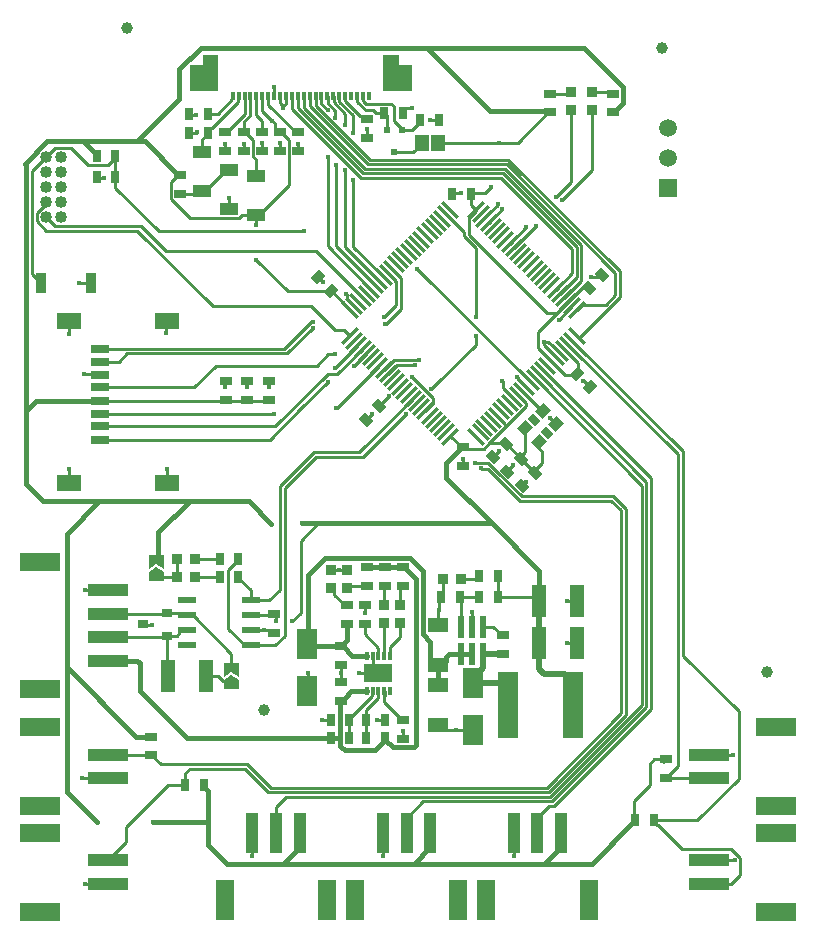
<source format=gtl>
%FSTAX23Y23*%
%MOIN*%
%SFA1B1*%

%IPPOS*%
%AMD17*
4,1,4,0.020900,-0.029200,0.029200,-0.020900,-0.020900,0.029200,-0.029200,0.020900,0.020900,-0.029200,0.0*
%
%AMD18*
4,1,4,-0.029200,-0.020900,-0.020900,-0.029200,0.029200,0.020900,0.020900,0.029200,-0.029200,-0.020900,0.0*
%
%AMD30*
4,1,4,-0.024700,-0.003500,-0.003500,-0.024700,0.024700,0.003500,0.003500,0.024700,-0.024700,-0.003500,0.0*
%
%AMD34*
4,1,4,-0.003500,0.024700,-0.024700,0.003500,0.003500,-0.024700,0.024700,-0.003500,-0.003500,0.024700,0.0*
%
%AMD39*
4,1,4,-0.020200,0.003500,0.003500,-0.020200,0.020200,-0.003500,-0.003500,0.020200,-0.020200,0.003500,0.0*
%
%AMD71*
4,1,4,-0.025700,-0.002100,-0.002100,-0.025700,0.025700,0.002100,0.002100,0.025700,-0.025700,-0.002100,0.0*
%
%ADD12C,0.010000*%
%ADD15C,0.015000*%
G04~CAMADD=17~9~0.0~0.0~118.1~708.7~0.0~0.0~0~0.0~0.0~0.0~0.0~0~0.0~0.0~0.0~0.0~0~0.0~0.0~0.0~225.0~584.0~583.0*
%ADD17D17*%
G04~CAMADD=18~9~0.0~0.0~118.1~708.7~0.0~0.0~0~0.0~0.0~0.0~0.0~0~0.0~0.0~0.0~0.0~0~0.0~0.0~0.0~135.0~584.0~583.0*
%ADD18D18*%
%ADD19C,0.039370*%
%ADD20R,0.133858X0.059055*%
%ADD21R,0.137795X0.039370*%
%ADD22R,0.071000X0.047000*%
%ADD23R,0.070866X0.224409*%
%ADD24R,0.066929X0.098425*%
%ADD25R,0.051181X0.110236*%
%ADD26R,0.030000X0.040000*%
%ADD27R,0.024098X0.073008*%
%ADD28R,0.040000X0.030000*%
%ADD29R,0.035000X0.035000*%
G04~CAMADD=30~9~0.0~0.0~300.0~400.0~0.0~0.0~0~0.0~0.0~0.0~0.0~0~0.0~0.0~0.0~0.0~0~0.0~0.0~0.0~135.0~494.0~493.0*
%ADD30D30*%
%ADD31R,0.035000X0.070000*%
%ADD32R,0.061024X0.023622*%
%ADD33R,0.035000X0.035000*%
G04~CAMADD=34~9~0.0~0.0~300.0~400.0~0.0~0.0~0~0.0~0.0~0.0~0.0~0~0.0~0.0~0.0~0.0~0~0.0~0.0~0.0~45.0~494.0~493.0*
%ADD34D34*%
%ADD35R,0.011811X0.029527*%
%ADD36R,0.094488X0.062992*%
%ADD37R,0.059055X0.031496*%
%ADD38R,0.078740X0.057087*%
G04~CAMADD=39~9~0.0~0.0~334.6~236.2~0.0~0.0~0~0.0~0.0~0.0~0.0~0~0.0~0.0~0.0~0.0~0~0.0~0.0~0.0~135.0~404.0~403.0*
%ADD39D39*%
%ADD40R,0.050000X0.030000*%
%ADD41R,0.011811X0.031496*%
%ADD42R,0.039370X0.039370*%
%ADD43R,0.059055X0.133858*%
%ADD44R,0.039370X0.137795*%
%ADD45R,0.045449X0.053394*%
%ADD46R,0.018504X0.023622*%
%ADD47R,0.035433X0.031496*%
%ADD48R,0.060000X0.040000*%
G04~CAMADD=71~9~0.0~0.0~334.6~393.7~0.0~0.0~0~0.0~0.0~0.0~0.0~0~0.0~0.0~0.0~0.0~0~0.0~0.0~0.0~135.0~514.0~513.0*
%ADD71D71*%
%ADD81C,0.020000*%
%ADD82C,0.040000*%
%ADD83R,0.059055X0.059055*%
%ADD84C,0.059055*%
%ADD85C,0.015748*%
%LNstrwl-p01-v01-1*%
%LPD*%
G36*
X01486Y03042D02*
X0153D01*
Y02955*
X01435*
Y03076*
X01486*
Y03042*
G37*
G36*
X00884Y02955D02*
X00789D01*
Y03042*
X00833*
Y03076*
X00884*
Y02955*
G37*
G36*
X00703Y01364D02*
X00678Y01379D01*
X00653Y01364*
Y01409*
X00703*
Y01364*
G37*
G36*
Y01354D02*
Y01324D01*
X00653*
Y01354*
X00678Y01369*
X00703Y01354*
G37*
G36*
X00953Y01004D02*
X00928Y01019D01*
X00903Y01004*
Y01049*
X00953*
Y01004*
G37*
G36*
Y00994D02*
Y00964D01*
X00903*
Y00994*
X00928Y01009*
X00953Y00994*
G37*
G54D12*
X01743Y02111D02*
Y0214D01*
X01613Y01982D02*
D01*
X01743Y02111*
X01595Y01964D02*
X01613Y01982D01*
X01531Y02002D02*
Y02003D01*
Y02002D02*
X016Y01932D01*
Y01914D02*
Y01932D01*
X01575Y01889D02*
X016Y01914D01*
X01368Y01737D02*
X01509Y01878D01*
X01355Y01752D02*
X01533Y0193D01*
X01204Y01752D02*
X01355D01*
X01659Y01804D02*
X01696Y01768D01*
X01658Y01804D02*
X01659D01*
X00289Y02315D02*
Y02321D01*
X00542Y02634D02*
Y02668D01*
Y02634D02*
X00687Y02489D01*
X0117*
X00489Y01924D02*
X01051D01*
X00339Y02506D02*
X00627D01*
X00289Y02321D02*
X00295Y02315D01*
X00264Y02347D02*
X00289Y02321D01*
Y02333*
X00264Y02691D02*
X00309Y02736D01*
X00264Y02347D02*
Y02691D01*
X00627Y02506D02*
X00709Y02424D01*
X01209*
X00614Y02491D02*
X00866Y02239D01*
X00311Y02491D02*
X00614D01*
X00866Y02239D02*
X01194D01*
X00279Y02523D02*
X00311Y02491D01*
X00279Y02548D02*
X00309Y02578D01*
Y02586*
X00279Y02523D02*
Y02548D01*
X00309Y02536D02*
X00339Y02506D01*
X01159Y01457D02*
X01216Y01515D01*
X01743Y02202D02*
Y02433D01*
X01704Y02472D02*
Y02486D01*
X01981Y02216D02*
X02014D01*
X01719Y02477D02*
Y02532D01*
X01704Y02472D02*
X01743Y02433D01*
X01719Y02477D02*
X01981Y02216D01*
X01644Y02545D02*
X01704Y02486D01*
X01575Y01888D02*
Y01889D01*
X01423Y01908D02*
X01455Y01939D01*
X01211Y01737D02*
X01368D01*
X01378Y01861D02*
X01397Y0188D01*
X01626Y0127D02*
X01634Y01278D01*
X01621Y01265D02*
X01626Y0127D01*
X01621Y01226D02*
Y01265D01*
Y01224D02*
Y01226D01*
X00711Y02189D02*
X00712Y02188D01*
X01183Y00952D02*
Y01016D01*
X0044Y01293D02*
X00524D01*
X00576Y00504D02*
X00716Y00644D01*
X00775*
X00576Y00452D02*
Y00504D01*
X01696Y01768D02*
X01701D01*
X01954Y01255D02*
Y01256D01*
X01159Y01215D02*
Y01457D01*
X01745Y02557D02*
Y02559D01*
X01719Y02532D02*
X01745Y02557D01*
X02014Y02216D02*
X02051Y02252D01*
X01951Y02099D02*
X01995Y02055D01*
X01951Y02152D02*
X02014Y02216D01*
X01951Y02099D02*
Y02152D01*
X01257Y02288D02*
X01261Y02291D01*
X01116Y02288D02*
X01257D01*
X01012Y02392D02*
X01116Y02288D01*
X01012Y02508D02*
Y02541D01*
X0101Y02543D02*
X01012Y02541D01*
X01884Y01942D02*
Y01943D01*
X0184Y01835D02*
Y01847D01*
X01884Y01942D02*
X01909Y01917D01*
X0184Y01835D02*
X01909Y01905D01*
Y01917*
X01841Y01783D02*
X01845Y0178D01*
X01788Y01783D02*
X0184Y01835D01*
X01769Y01764D02*
X01788Y01783D01*
X01841*
X0194Y01684D02*
X01942D01*
X01893Y01731D02*
X0194Y01684D01*
X01906Y0183D02*
X01908Y01832D01*
X01893Y01731D02*
Y01732D01*
X01951Y01768D02*
X01965Y01754D01*
X01951Y01768D02*
Y01785D01*
X01953Y01787*
X01845Y0178D02*
X01893Y01732D01*
X01965Y01715D02*
Y01754D01*
X01893Y01738D02*
X01906Y01752D01*
X01893Y01732D02*
Y01738D01*
X01906Y01752D02*
Y0183D01*
X02323Y00714D02*
X02337Y00728D01*
X02377*
X02323Y00643D02*
Y00714D01*
X02271Y00591D02*
X02323Y00643D01*
X02271Y00528D02*
Y00591D01*
X0048Y02738D02*
Y02743D01*
X00727Y02652D02*
X00752Y02677D01*
X0079Y02532D02*
X00954D01*
X00727Y02595D02*
Y02652D01*
Y02595D02*
X0079Y02532D01*
X00954D02*
X00965Y02543D01*
X0101*
X01076Y01188D02*
Y01209D01*
X02037Y02096D02*
X02083Y0205D01*
X02037Y02096D02*
Y02097D01*
X01705Y01764D02*
X01769D01*
X01883Y02784D02*
X01984Y02885D01*
X01821Y02784D02*
X01883D01*
X01773Y02615D02*
X01793Y02636D01*
X01616Y02784D02*
X01821D01*
X01729Y02615D02*
X01773D01*
X02199Y02885D02*
X02204D01*
X01814Y01873D02*
Y01874D01*
Y01873D02*
X0184Y01847D01*
X01701Y01768D02*
X01705Y01764D01*
X01817Y01271D02*
X01939D01*
X01817Y01272D02*
Y0134D01*
X01089Y02819D02*
X01094D01*
X01119Y02794*
Y02642D02*
Y02794D01*
X0102Y02543D02*
X01119Y02642D01*
X0101Y02543D02*
X0102D01*
X01261Y02291D02*
X01303Y02249D01*
X01062Y01208D02*
X01069Y01214D01*
X00993Y01208D02*
X01062D01*
X01051Y01924D02*
X01054Y01927D01*
X01728Y02576D02*
Y02614D01*
X02102Y02302D02*
X02116D01*
X02098Y02298D02*
X02102Y02302D01*
X02116D02*
X02119Y02298D01*
X02097D02*
X02098D01*
X02051Y02252D02*
X02097Y02298D01*
X02083Y02017D02*
Y0205D01*
X0204Y0201D02*
X02076D01*
X01995Y02055D02*
X0204Y0201D01*
X01745Y02559D02*
D01*
X01728Y02576D02*
X01745Y02559D01*
X01109Y02939D02*
X0111Y0294D01*
X01109Y02913D02*
Y02939D01*
X01101Y02905D02*
X01109Y02913D01*
X01091Y0294D02*
X01092Y02939D01*
Y02915D02*
X01101Y02905D01*
X01092Y02915D02*
Y02939D01*
X01099Y02898D02*
X01101Y029D01*
X01084Y02819D02*
X01089D01*
X01074Y02829D02*
Y02848D01*
X01065Y02857D02*
X01074Y02848D01*
Y02829D02*
X01084Y02819D01*
X01032Y0289D02*
X01065Y02857D01*
X01032Y0289D02*
Y0294D01*
X01303Y02246D02*
Y02249D01*
Y02246D02*
X01324Y02225D01*
X01954Y01235D02*
Y01255D01*
X01942Y01692D02*
X01965Y01715D01*
X01942Y01684D02*
Y01692D01*
X01132Y01188D02*
X01159Y01215D01*
X02519Y00313D02*
X02595D01*
X02624Y00342*
Y00401*
X02595Y0043D02*
X02624Y00401D01*
X02432Y0043D02*
X02595D01*
X02347Y0051D02*
X02352D01*
X02337Y0052D02*
Y00525D01*
Y0052D02*
X02347Y0051D01*
X02352D02*
X02432Y0043D01*
X00439Y00313D02*
X00439Y00313D01*
X00516*
X00524*
X00516Y00392D02*
X00576Y00452D01*
X00775Y00644D02*
Y00682D01*
X01634Y01278D02*
Y01331D01*
X01617Y01176D02*
Y0122D01*
X01621Y01224*
X01617Y00844D02*
X01636Y00826D01*
X02046Y01115D02*
X02082D01*
X02046Y01255D02*
X02082D01*
X01636Y00826D02*
X01678D01*
X01733*
X01829Y01143D02*
X01834D01*
X01693Y01171D02*
Y01266D01*
X01768Y01171D02*
X01802D01*
X01829Y01143*
X01731Y01171D02*
Y0122D01*
X01731Y0122*
X01689Y0127D02*
X01693Y01266D01*
X01689Y0127D02*
X0169Y01271D01*
X01754*
X01745Y01331D02*
X01754Y0134D01*
X01694Y01331D02*
X01745D01*
X01513Y00534D02*
X01568Y00589D01*
X01998*
X01111Y00604D02*
X01992D01*
X01077Y0057D02*
X01111Y00604D01*
X02004Y00574D02*
X02327Y00897D01*
X01051Y00619D02*
X01986D01*
X01988Y00574D02*
X02004D01*
X01998Y00589D02*
X02312Y00903D01*
X01986Y00619D02*
X02243Y00875D01*
X01948Y00534D02*
X01988Y00574D01*
X01992Y00604D02*
X02297Y00909D01*
Y01641*
X02327Y00897D02*
Y01667D01*
X02228Y00882D02*
Y01558D01*
X02312Y00903D02*
Y01654D01*
X01059Y00634D02*
X0198D01*
X01896Y01605D02*
X02202D01*
X02243Y00875D02*
Y01564D01*
X0198Y00634D02*
X02228Y00882D01*
X01814Y01687D02*
X01896Y01605D01*
X01948Y00484D02*
Y00534D01*
X02202Y01605D02*
X02243Y01564D01*
X01784Y01695D02*
X01889Y0159D01*
X02195D02*
X02228Y01558D01*
X01848Y01691D02*
X01868Y01711D01*
X01765Y01695D02*
X01784D01*
X01889Y0159D02*
X02195D01*
X01848Y01687D02*
Y01691D01*
X01897Y01639D02*
X01911Y01653D01*
X01814Y01687D02*
Y01687D01*
X01785Y01716D02*
X01814Y01687D01*
X0174Y01716D02*
X01785D01*
X0194Y01999D02*
X02297Y01641D01*
X01967Y02027D02*
X02327Y01667D01*
X01953Y02013D02*
X02312Y01654D01*
X01762Y01698D02*
X01765Y01695D01*
X0174Y01716D02*
X0174Y01716D01*
X01761Y01698D02*
X01762D01*
X01029Y02757D02*
Y02783D01*
Y02756D02*
Y02757D01*
X01038Y01158D02*
X01062D01*
X00993D02*
X01038D01*
X00516Y00665D02*
X00524D01*
X00429D02*
X00516D01*
X01054Y01258D02*
X01091Y01294D01*
X01074Y01108D02*
X01106Y01139D01*
X01091Y01294D02*
Y01638D01*
X01106Y01139D02*
Y01632D01*
X01211Y01737*
X01091Y01638D02*
X01204Y01752D01*
X01701Y01705D02*
Y01731D01*
Y01705D02*
X01701Y01705D01*
X02124Y01969D02*
D01*
X02103Y0199D02*
X02124Y01969D01*
X02102Y0199D02*
X02103D01*
X01897Y01639D02*
D01*
X01992Y01865D02*
Y01866D01*
Y01865D02*
X02011Y01846D01*
X02011*
X01898Y01957D02*
X01965Y0189D01*
X01967*
X01209Y02424D02*
X01366Y02266D01*
X01313Y02265D02*
X01338Y0224D01*
X01312Y02281D02*
X01313Y02281D01*
Y02265D02*
Y02281D01*
X00419Y02315D02*
X00454D01*
X00482Y02666D02*
X00505D01*
X0048Y02668D02*
X00482Y02666D01*
X0202Y02194D02*
X02023Y02197D01*
Y02197D02*
X02065Y02239D01*
X02023Y02197D02*
Y02197D01*
X01249Y02439D02*
X01394Y02294D01*
X01438Y02202D02*
X01478Y02242D01*
X01547Y02364D02*
X01926Y01985D01*
D01*
X00542Y02733D02*
Y02738D01*
Y02668D02*
Y02733D01*
X00517Y02708D02*
X00542Y02733D01*
X00394Y02766D02*
X00451Y02708D01*
X00517*
X00309Y02736D02*
X00339Y02766D01*
X00394*
X01275Y02158D02*
X01305D01*
X01194Y02239D02*
X01275Y02158D01*
X01305D02*
X01324Y02138D01*
X01115Y02082D02*
X01199Y02166D01*
X00582Y02082D02*
X01115D01*
X01105Y02097D02*
X01193Y02185D01*
X00489Y02097D02*
X01105D01*
X01445Y02181D02*
X01493Y02229D01*
X01193Y02185D02*
X01197D01*
X01199Y02186*
X01441Y02181D02*
X01445D01*
X0144Y0218D02*
X01441Y02181D01*
X02065Y02124D02*
X02434Y01756D01*
Y01074D02*
X02619Y00889D01*
X02434Y01074D02*
Y01756D01*
X02051Y02111D02*
X02416Y01745D01*
Y00705D02*
Y01745D01*
X02377Y00665D02*
X02416Y00705D01*
X02619Y00662D02*
Y00889D01*
X02481Y00525D02*
X02619Y00662D01*
X02519Y00744D02*
X02601D01*
X02377Y00665D02*
X02518D01*
X02337Y00525D02*
X02481D01*
X00516Y01135D02*
X00707D01*
X01832Y0199D02*
X01833Y01988D01*
Y01967D02*
X0187Y0193D01*
X01833Y01967D02*
Y01988D01*
X0187Y01928D02*
Y0193D01*
X0188Y02003D02*
X01911Y01971D01*
X01912*
X00993Y01258D02*
X01054D01*
X01985Y02121D02*
X02023Y02083D01*
X01969Y02121D02*
X01985D01*
X00553Y02054D02*
X00582Y02082D01*
X00982Y00712D02*
X01059Y00634D01*
X00693Y00712D02*
X00982D01*
X00973Y00697D02*
X01051Y00619D01*
X0079Y00697D02*
X00973D01*
X00662Y00742D02*
X00693Y00712D01*
X00775Y00682D02*
X0079Y00697D01*
X01077Y00484D02*
Y0057D01*
X01513Y00484D02*
Y00534D01*
X01287Y01361D02*
X01315D01*
X0126D02*
X01287D01*
X01373Y01215D02*
Y01242D01*
X01502Y00797D02*
Y00823D01*
X01415Y00858D02*
X01441D01*
X0123D02*
X01259D01*
X00635Y01177D02*
X00665D01*
X00488Y02012D02*
X00489Y02011D01*
X00436Y02012D02*
X00488D01*
X018Y01737D02*
X01821Y01757D01*
X01589Y02859D02*
X01621D01*
X0138Y02801D02*
Y02829D01*
X00788Y02877D02*
X00811D01*
X01216Y02336D02*
X01235Y02318D01*
X0092Y02562D02*
Y02599D01*
X00908Y02756D02*
Y02781D01*
X01089Y02757D02*
Y02783D01*
X01149Y02757D02*
Y02781D01*
X00969Y02756D02*
Y02781D01*
X00388Y02146D02*
Y0219D01*
X00386Y02191D02*
X00388Y0219D01*
X00712Y0215D02*
Y02188D01*
X00713Y0165D02*
Y01697D01*
Y0165D02*
X00713Y0165D01*
X01666Y02615D02*
X01694D01*
X01665Y02614D02*
X01666Y02615D01*
X02128Y02336D02*
X02157D01*
X02164Y02343*
X02208Y02276D02*
Y0235D01*
X02176Y02244D02*
X02208Y02276D01*
X02102Y02244D02*
X02176D01*
X01989Y02947D02*
X02055D01*
X01072Y0294D02*
Y02968D01*
X01071Y0294D02*
X01072Y0294D01*
X02195Y02952D02*
X02199Y02947D01*
X0213Y02952D02*
X02195D01*
X02055Y02947D02*
X0206Y02952D01*
Y02653D02*
Y02892D01*
X02009Y02603D02*
X0206Y02653D01*
X0203Y02594D02*
X0213Y02694D01*
Y02892*
X01856Y02447D02*
X01912Y02503D01*
X0194D02*
X01944D01*
X0187Y02433D02*
X0194Y02503D01*
X01943Y02506D02*
X01944Y02505D01*
Y02503D02*
Y02505D01*
X01834Y02682D02*
X0208Y02436D01*
X0184Y02697D02*
X02095Y02442D01*
X01804Y02697D02*
X0184D01*
X01846Y02712D02*
X02208Y0235D01*
X02095Y02406D02*
Y02442D01*
X01383Y02712D02*
X01846D01*
X0136Y02667D02*
X01828D01*
X02065Y0235D02*
Y02429D01*
X01852Y02727D02*
X02223Y02357D01*
X01828Y02667D02*
X02065Y02429D01*
X01389Y02727D02*
X01852D01*
X01798Y02682D02*
X01834D01*
X02223Y02268D02*
Y02357D01*
X0208Y02399D02*
Y02436D01*
X01786Y02517D02*
X01832Y02562D01*
X01786Y02517D02*
Y02517D01*
X01772Y02531D02*
Y02532D01*
X01817Y02577*
X01832Y02562D02*
Y02562D01*
X01817Y02577D02*
Y02578D01*
X01478Y02242D02*
Y02321D01*
X02518Y00665D02*
X02519Y00665D01*
X01281Y02012D02*
X01366Y02097D01*
X01338Y02041D02*
X0138Y02083D01*
X01249Y02012D02*
X01281D01*
X01214Y02041D02*
X01251Y02078D01*
X01275*
X00877Y02041D02*
X01214D01*
X00803Y01968D02*
X00877Y02041D01*
X00489Y01968D02*
X00803D01*
X00489Y01881D02*
X01069D01*
X01279Y01901D02*
X01282D01*
X01422Y02041*
X01278Y019D02*
X01279Y01901D01*
X01161Y019D02*
X01249Y01987D01*
X00489Y01838D02*
X01075D01*
X01249Y01987D02*
X01249D01*
X01075Y01838D02*
X01249Y02012D01*
X01056Y01794D02*
X01161Y019D01*
X00489Y01794D02*
X01056D01*
X01161Y019D02*
D01*
X01275Y02032D02*
X01352Y0211D01*
Y02111*
X01275Y02032D02*
Y02032D01*
X00489Y02054D02*
X00553D01*
X01493Y02229D02*
Y02334D01*
X01463Y02364D02*
X01493Y02334D01*
X0145Y0235D02*
X01478Y02321D01*
X01511Y02898D02*
X0153D01*
X01501Y02883D02*
Y02888D01*
X01511Y02898*
X0153D02*
X01531Y02898D01*
X00634Y01179D02*
X00635Y01177D01*
X0066Y00744D02*
X00662Y00742D01*
X00516Y00744D02*
X0066D01*
X01436Y02027D02*
X0147Y02061D01*
X01552*
X01555Y02058*
X0145Y02013D02*
X0148Y02043D01*
X01541*
X00516Y01214D02*
X00711D01*
X01249Y02439D02*
Y02737D01*
X01276Y0244D02*
Y0271D01*
Y0244D02*
X01408Y02308D01*
X01054Y01968D02*
Y0199D01*
X00908Y01968D02*
Y01989D01*
X00909Y0199*
X00386Y01696D02*
X00387Y01697D01*
X00386Y0165D02*
Y01696D01*
X01335Y02437D02*
X01436Y02336D01*
X01307Y02437D02*
X01422Y02322D01*
X01338Y02239D02*
Y0224D01*
X01335Y02437D02*
Y02658D01*
X01307Y02437D02*
Y02692D01*
X0197Y02108D02*
X02009Y02069D01*
X01969Y02121D02*
X0197Y02119D01*
Y02108D02*
Y02119D01*
X018Y01735D02*
Y01737D01*
X00711Y02189D02*
X00713Y02191D01*
X00489Y01968D02*
X00499Y01978D01*
X02079Y02225D02*
X021Y02246D01*
X02101D02*
X02102Y02244D01*
X021Y02246D02*
X02101D01*
X02087Y02132D02*
X02223Y02268D01*
X02085Y02132D02*
X02087D01*
X02079Y02138D02*
X02085Y02132D01*
X01558Y02854D02*
Y02859D01*
X01497Y02827D02*
X01531D01*
X01558Y02854*
X01472Y02855D02*
Y02905D01*
X01497Y02827D02*
Y02829D01*
X01472Y02855D02*
X01497Y02829D01*
X01462Y02914D02*
X01472Y02905D01*
X01376Y02914D02*
X01462D01*
X01377Y02892D02*
X01401D01*
X01367Y02923D02*
X01376Y02914D01*
X01367Y02923D02*
Y02939D01*
X01366Y0294D02*
X01367Y02939D01*
X01347Y02921D02*
X01377Y02892D01*
X01347Y02921D02*
Y02939D01*
X01347Y0294D02*
X01347Y02939D01*
X0141Y02883D02*
X01438D01*
X01401Y02892D02*
X0141Y02883D01*
X01438D02*
X01446Y02875D01*
Y02827D02*
Y02875D01*
X01535Y02752D02*
X01563Y0278D01*
Y02784*
X01472Y02752D02*
X01535D01*
X0117Y029D02*
X01374Y02697D01*
X0119Y02905D02*
X01383Y02712D01*
X01131Y02896D02*
X0136Y02667D01*
X0121Y02906D02*
X01389Y02727D01*
X01374Y02697D02*
X01804D01*
X01367Y02682D02*
X01798D01*
X01151Y02898D02*
X01367Y02682D01*
X01357Y02874D02*
X0137D01*
X01334Y02897D02*
D01*
X0137Y02874D02*
X0138Y02864D01*
X01334Y02897D02*
X01357Y02874D01*
X01307Y0294D02*
X01308Y02939D01*
Y02923D02*
Y02939D01*
Y02923D02*
X01334Y02897D01*
X01288Y02921D02*
X01334Y02875D01*
X01288Y02921D02*
Y02939D01*
X01334Y02817D02*
Y02875D01*
X01275Y02866D02*
Y02891D01*
X01249Y02917D02*
X01275Y02891D01*
X01269Y02919D02*
X01307Y02881D01*
Y02844D02*
Y02881D01*
X01287Y0294D02*
X01288Y02939D01*
X01228Y02914D02*
X01249Y02893D01*
Y02892D02*
Y02893D01*
X01269Y02919D02*
Y02939D01*
X01249Y02917D02*
Y02939D01*
X01268Y0294D02*
X01269Y02939D01*
X01248Y0294D02*
X01249Y02939D01*
X01228Y02914D02*
Y0294D01*
X0117Y029D02*
Y02939D01*
X0119Y02905D02*
Y02939D01*
X0121Y02906D02*
Y02939D01*
X01151Y02898D02*
Y02939D01*
X0208Y02337D02*
Y02399D01*
X02023Y0228D02*
X0208Y02337D01*
X02037Y02266D02*
X02095Y02324D01*
X02009Y02294D02*
X02065Y0235D01*
X02095Y02324D02*
Y02406D01*
X01131Y02896D02*
Y02939D01*
X01052Y02911D02*
X01144Y02819D01*
X01052Y02911D02*
Y02939D01*
X01144Y02819D02*
X01149D01*
X01051Y0294D02*
X01052Y02939D01*
X01012Y02875D02*
X01029Y02857D01*
X01012Y02875D02*
Y0294D01*
X01029Y02819D02*
Y02857D01*
X00969Y02819D02*
Y02853D01*
X00992Y02877*
Y0294*
X00913Y02819D02*
X00973Y02878D01*
Y0294*
X00974Y02819D02*
X00999Y02794D01*
X00969Y02819D02*
X00974D01*
X0101Y02673D02*
Y02727D01*
X00999Y02738D02*
X0101Y02727D01*
X00999Y02738D02*
Y02794D01*
X00895Y02675D02*
Y02677D01*
X0091Y02692D02*
X0092D01*
X00832Y02622D02*
X00842D01*
X00895Y02675*
Y02677D02*
X0091Y02692D01*
X00824Y02614D02*
X00832Y02622D01*
X00757Y02614D02*
X00824D01*
X00832Y02795D02*
X00849Y02812D01*
X00832Y02752D02*
Y02795D01*
X00849Y02812D02*
Y02817D01*
X01209Y0294D02*
X0121Y02939D01*
X01189Y0294D02*
X0119Y02939D01*
X01169Y0294D02*
X0117Y02939D01*
X0115Y0294D02*
X01151Y02939D01*
X0113Y0294D02*
X01131Y02939D01*
X00932D02*
X00933Y0294D01*
X00932Y02929D02*
Y02939D01*
X00853Y0288D02*
X00884D01*
X00932Y02929*
X00859Y02832D02*
X00864D01*
X00849Y02822D02*
X00859Y02832D01*
X00864D02*
X00952Y0292D01*
Y02939*
X00849Y02817D02*
Y02822D01*
X0085Y02878D02*
X00853Y0288D01*
X00952Y02939D02*
X00953Y0294D01*
X00908Y02819D02*
X00913D01*
X00787Y02878D02*
X00788Y02877D01*
X00787Y02817D02*
X00813D01*
X01438Y00918D02*
Y00956D01*
X01355Y01015D02*
X01418D01*
X01399Y01034D02*
X01418Y01015D01*
X01399Y01034D02*
Y01074D01*
X01321Y01306D02*
X01379D01*
X01315Y01301D02*
X01321Y01306D01*
X01308Y01242D02*
X01313D01*
X01272Y01277D02*
X01308Y01242D01*
X01272Y01277D02*
Y01288D01*
X0126Y01301D02*
X01272Y01288D01*
X01436Y01303D02*
X01439Y01306D01*
X01436Y01244D02*
Y01303D01*
X01499Y01306D02*
X01499D01*
X01489Y01244D02*
Y01296D01*
X01499Y01306*
X01373Y01147D02*
Y01179D01*
Y01147D02*
X01418Y01101D01*
Y01074D02*
Y01101D01*
X01438Y01074D02*
Y01181D01*
X01436Y01184D02*
X01438Y01181D01*
X01458Y01103D02*
X01489Y01135D01*
Y01184*
X01458Y01074D02*
Y01103D01*
X01294Y01016D02*
Y01044D01*
X01497Y00859D02*
X01502D01*
X01438Y00918D02*
X01497Y00859D01*
X01398Y00939D02*
Y00955D01*
X01321Y00858D02*
Y00863D01*
X01398Y00939*
Y00955D02*
X01399Y00956D01*
X01321Y00798D02*
Y00858D01*
X01417Y00932D02*
Y00955D01*
X01378Y00858D02*
Y00893D01*
X01417Y00932*
Y00955D02*
X01418Y00956D01*
X01378Y00798D02*
Y00858D01*
X01294Y00987D02*
Y01016D01*
X01439Y0094D02*
Y00955D01*
X01438Y00956D02*
X01439Y00955D01*
X00747Y01336D02*
Y01397D01*
X00678Y01339D02*
X0068Y01336D01*
X00747*
X00918Y01358D02*
X00952Y01392D01*
X00918Y01164D02*
Y01358D01*
Y01164D02*
X00974Y01108D01*
X00993*
X00952Y01392D02*
Y01397D01*
X00807D02*
X0089D01*
X00807Y01336D02*
X00808Y01337D01*
X0089*
X00952Y01332D02*
X00993Y01292D01*
X00952Y01332D02*
Y01337D01*
X00993Y01258D02*
Y01292D01*
Y01108D02*
X01074D01*
X01062Y01158D02*
X01069Y01151D01*
X00713Y01008D02*
Y01141D01*
Y01008D02*
X00716Y01006D01*
X00799Y01208D02*
X00928Y01079D01*
Y01034D02*
Y01079D01*
X0078Y01208D02*
X00799D01*
X00884Y01006D02*
X00901Y00989D01*
X00918*
X00928Y00979*
X00843Y01006D02*
X00884D01*
X00761Y01208D02*
X0078D01*
X00713Y01216D02*
X00753D01*
X00761Y01208*
X00711Y01214D02*
X00713Y01216D01*
Y01141D02*
X00746D01*
X00755Y0115*
Y01151*
X00761Y01158*
X0078*
X00707Y01135D02*
X00713Y01141D01*
X02519Y00392D02*
X02605D01*
X02606Y00393*
X01869Y00405D02*
X0187Y00405D01*
X01869Y00405D02*
Y00484D01*
X01434Y00405D02*
Y00484D01*
X01434Y00405D02*
X01434Y00405D01*
X00998Y00409D02*
X00998Y00409D01*
Y00484*
X00981Y01968D02*
Y0199D01*
X00813Y02817D02*
X00814Y02818D01*
G54D15*
X00614Y02788D02*
X0064D01*
X00435D02*
X00614D01*
X00243Y02716D02*
X00315Y02788D01*
X00241Y02714D02*
X00243Y02716D01*
X01797Y01515D02*
X01954Y01357D01*
X01216Y01515D02*
X01797D01*
X01644Y01667D02*
X01797Y01515D01*
X01165D02*
X01216D01*
X00379Y00618D02*
X00479Y00518D01*
X00379Y00618D02*
Y01036D01*
X0064Y02788D02*
X00752Y02677D01*
X00614Y02788D02*
X00754Y02928D01*
Y03028*
X00243Y0189D02*
Y02716D01*
X00315Y02788D02*
X00435D01*
X0048Y02743*
X00667Y00518D02*
X00852D01*
Y00443D02*
Y00518D01*
Y00624*
X01644Y01716D02*
X01696Y01768D01*
X01789Y0289D02*
X01984D01*
X0158Y031D02*
X01789Y0289D01*
X02129Y0038D02*
X02264Y00515D01*
X01971Y0038D02*
X02129D01*
X01971D02*
X02027Y00435D01*
X01536Y0038D02*
X01971D01*
X01536D02*
X01591Y00435D01*
X00826Y031D02*
X0158D01*
X00754Y03028D02*
X00826Y031D01*
X00277Y01924D02*
X00489D01*
X00243Y0189D02*
X00277Y01924D01*
X00243Y01647D02*
X00299Y01591D01*
X00243Y01647D02*
Y0189D01*
X011Y0038D02*
X01536D01*
X011D02*
X01156Y00435D01*
X00915Y0038D02*
X011D01*
X00685Y01399D02*
Y01486D01*
X00379Y01036D02*
Y01481D01*
Y01036D02*
X0061Y00804D01*
X00662*
X00986Y01591D02*
X01062Y01514D01*
X00685Y01486D02*
X0079Y01591D01*
X00986*
X00852Y00443D02*
X00915Y0038D01*
X00837Y00639D02*
X00852Y00624D01*
X00837Y00639D02*
Y00644D01*
X02234Y02915D02*
Y02969D01*
X02204Y02885D02*
X02234Y02915D01*
X00379Y01481D02*
X00488Y01591D01*
X00299D02*
X00488D01*
X0079*
X02103Y031D02*
X02234Y02969D01*
X0158Y031D02*
X02103D01*
X01644Y01667D02*
Y01716D01*
X01954Y01256D02*
Y01357D01*
X01292Y00774D02*
X01307Y0076D01*
X01408D02*
X01441Y00793D01*
X01307Y0076D02*
X01408D01*
X01545Y00777D02*
Y01137D01*
X01441Y00793D02*
X01466Y00768D01*
X01536*
X01545Y00777*
X01567Y01146D02*
X01592Y01121D01*
X01525Y01399D02*
X01567Y01357D01*
X01544Y01215D02*
X01545Y01215D01*
Y01328*
X01504Y01369D02*
X01545Y01328D01*
X01567Y01205D02*
X01567Y01206D01*
Y01357*
X01544Y01137D02*
X01545Y01137D01*
X01544Y01137D02*
Y01215D01*
X01567Y01146D02*
Y01205D01*
X01499Y01369D02*
X01504D01*
X01439D02*
X01499D01*
X00781Y00798D02*
X01259D01*
X00623Y00956D02*
X00781Y00798D01*
X00623Y00956D02*
Y01048D01*
X01185Y01107D02*
Y01342D01*
X01242Y01399*
X01185Y01107D02*
X01294D01*
X01605Y01044D02*
X01617D01*
X01592Y01057D02*
X01605Y01044D01*
X01592Y01057D02*
Y01121D01*
X01242Y01399D02*
X01525D01*
X01693Y0108D02*
X01731D01*
X01617Y01044D02*
X01629D01*
X01617Y00976D02*
Y01044D01*
X01655Y0108D02*
X01693D01*
X01629Y01044D02*
X01643Y01057D01*
Y01068*
X01655Y0108*
X01292Y00774D02*
Y00798D01*
X01439Y01369D02*
X01439Y01369D01*
X01379Y01369D02*
X01439D01*
X01304Y01117D02*
X01313Y01126D01*
X01304Y01112D02*
Y01117D01*
X01299Y01107D02*
X01304Y01112D01*
X01294Y01107D02*
X01299D01*
X01313Y01126D02*
Y01179D01*
X00516Y01056D02*
X00614D01*
X00623Y01048*
X01292Y00798D02*
Y00917D01*
X01259Y00798D02*
X01292D01*
Y00917D02*
X01294Y00919D01*
X01306Y00932D02*
Y00934D01*
X01294Y00924D02*
X01299D01*
X01306Y00932*
X01294Y00919D02*
Y00924D01*
X01328Y00956D02*
X01379D01*
X01306Y00934D02*
X01328Y00956D01*
X01441Y00793D02*
Y00798D01*
X01332Y01074D02*
X01379D01*
X01299Y01107D02*
X01332Y01074D01*
G54D17*
X01745Y01804D03*
X01759Y01818D03*
X01772Y01832D03*
X01786Y01846D03*
X018Y0186D03*
X01814Y01874D03*
X01828Y01888D03*
X01842Y01902D03*
X01856Y01916D03*
X0187Y0193D03*
X01884Y01943D03*
X01898Y01957D03*
X01912Y01971D03*
X01926Y01985D03*
X0194Y01999D03*
X01953Y02013D03*
X01967Y02027D03*
X01981Y02041D03*
X01995Y02055D03*
X02009Y02069D03*
X02023Y02083D03*
X02037Y02097D03*
X02051Y02111D03*
X02065Y02124D03*
X02079Y02138D03*
X01658Y02559D03*
X01644Y02545D03*
X01631Y02531D03*
X01617Y02517D03*
X01603Y02503D03*
X01589Y02489D03*
X01575Y02475D03*
X01561Y02461D03*
X01547Y02447D03*
X01533Y02433D03*
X01519Y0242D03*
X01505Y02406D03*
X01491Y02392D03*
X01477Y02378D03*
X01463Y02364D03*
X0145Y0235D03*
X01436Y02336D03*
X01422Y02322D03*
X01408Y02308D03*
X01394Y02294D03*
X0138Y0228D03*
X01366Y02266D03*
X01352Y02252D03*
X01338Y02239D03*
X01324Y02225D03*
G54D18*
X02079Y02225D03*
X02065Y02239D03*
X02051Y02252D03*
X02037Y02266D03*
X02023Y0228D03*
X02009Y02294D03*
X01995Y02308D03*
X01981Y02322D03*
X01967Y02336D03*
X01953Y0235D03*
X0194Y02364D03*
X01926Y02378D03*
X01912Y02392D03*
X01898Y02406D03*
X01884Y0242D03*
X0187Y02433D03*
X01856Y02447D03*
X01842Y02461D03*
X01828Y02475D03*
X01814Y02489D03*
X018Y02503D03*
X01786Y02517D03*
X01772Y02531D03*
X01759Y02545D03*
X01745Y02559D03*
X01324Y02138D03*
X01338Y02124D03*
X01352Y02111D03*
X01366Y02097D03*
X0138Y02083D03*
X01394Y02069D03*
X01408Y02055D03*
X01422Y02041D03*
X01436Y02027D03*
X0145Y02013D03*
X01463Y01999D03*
X01477Y01985D03*
X01491Y01971D03*
X01505Y01957D03*
X01519Y01943D03*
X01533Y0193D03*
X01547Y01916D03*
X01561Y01902D03*
X01575Y01888D03*
X01589Y01874D03*
X01603Y0186D03*
X01617Y01846D03*
X01631Y01832D03*
X01644Y01818D03*
X01658Y01804D03*
G54D19*
X01038Y00893D03*
X02713Y01018D03*
X02364Y031D03*
X00582Y03166D03*
G54D20*
X0029Y00221D03*
Y00484D03*
X02745Y00836D03*
Y00573D03*
Y00221D03*
Y00484D03*
X00289Y01385D03*
Y00964D03*
X0029Y00836D03*
Y00573D03*
G54D21*
X00516Y00313D03*
Y00392D03*
X02519Y00744D03*
Y00665D03*
Y00313D03*
Y00392D03*
X00516Y01056D03*
Y01135D03*
Y01214D03*
Y01293D03*
X00516Y00744D03*
Y00665D03*
G54D22*
X01617Y00844D03*
Y00976D03*
Y01176D03*
Y01044D03*
G54D23*
X01852Y00911D03*
X02067D03*
G54D24*
X01733Y00826D03*
Y00983D03*
X01181Y00957D03*
Y01114D03*
G54D25*
X01954Y01255D03*
X02082D03*
X01954Y01115D03*
X02082D03*
X00716Y01006D03*
X00843D03*
G54D26*
X01626Y0127D03*
X01689D03*
X01754Y01271D03*
X01817D03*
X01754Y0134D03*
X01816D03*
X01259Y00798D03*
X01321D03*
X00542Y02668D03*
X0048D03*
X00542Y02738D03*
X0048D03*
X01441Y00858D03*
X01378D03*
X0089Y01397D03*
X00952D03*
X00952Y01337D03*
X0089D03*
X01259Y00858D03*
X01321D03*
X01378Y00798D03*
X01441D03*
X01665Y02614D03*
X01728D03*
X01558Y02859D03*
X01621D03*
X01501Y02883D03*
X01438D03*
X00837Y00644D03*
X00775D03*
X02337Y00525D03*
X02274D03*
X0085Y02878D03*
X00787D03*
X00849Y02817D03*
X00787D03*
G54D27*
X01768Y01171D03*
X01731D03*
X01693D03*
Y0108D03*
X01731D03*
X01768D03*
G54D28*
X01834Y01143D03*
Y01081D03*
X01989Y02885D03*
Y02947D03*
X02199D03*
Y02885D03*
X01373Y01179D03*
Y01242D03*
X01294Y01107D03*
Y01044D03*
X01069Y01151D03*
Y01214D03*
X01029Y02757D03*
Y02819D03*
X01149Y02757D03*
Y02819D03*
X01089Y02757D03*
Y02819D03*
X02377Y00665D03*
Y00728D03*
X01701Y01705D03*
Y01768D03*
X00909Y01927D03*
Y0199D03*
X00981Y01927D03*
Y0199D03*
X01054Y01927D03*
Y0199D03*
X01439Y01369D03*
Y01306D03*
X01499Y01369D03*
Y01306D03*
X01379Y01369D03*
Y01306D03*
X01313Y01179D03*
Y01242D03*
X01502Y00859D03*
Y00797D03*
X00662Y00804D03*
Y00742D03*
X01294Y00987D03*
Y00924D03*
X0138Y02864D03*
Y02801D03*
X00757Y02677D03*
Y02614D03*
X00908Y02819D03*
Y02756D03*
X00969Y02819D03*
Y02756D03*
G54D29*
X01694Y01331D03*
X01634D03*
X00807Y01336D03*
X00747D03*
Y01397D03*
X00807D03*
G54D30*
X02124Y01969D03*
X0208Y02013D03*
X01216Y02336D03*
X01261Y02291D03*
G54D31*
X0046Y02315D03*
X00295D03*
G54D32*
X00993Y01108D03*
Y01158D03*
Y01208D03*
Y01258D03*
X0078Y01108D03*
Y01158D03*
Y01208D03*
Y01258D03*
G54D33*
X0213Y02952D03*
Y02892D03*
X0206Y02952D03*
Y02892D03*
X01436Y01244D03*
Y01184D03*
X01489Y01244D03*
Y01184D03*
X01315Y01361D03*
Y01301D03*
X0126Y01361D03*
Y01301D03*
G54D34*
X01848Y01687D03*
X01893Y01731D03*
X01942Y01684D03*
X01897Y01639D03*
X01845Y0178D03*
X018Y01735D03*
X01421Y01905D03*
X01377Y01861D03*
X02164Y02343D03*
X02119Y02298D03*
G54D35*
X01379Y00956D03*
X01399D03*
X01418D03*
X01438D03*
X01458D03*
Y01074D03*
X01438D03*
X01418D03*
X01399D03*
X01379D03*
G54D36*
X01418Y01015D03*
G54D37*
X00489Y02097D03*
Y02054D03*
Y02011D03*
Y01968D03*
Y01924D03*
Y01881D03*
Y01838D03*
Y01794D03*
G54D38*
X00386Y0165D03*
Y02191D03*
X00713Y0165D03*
Y02191D03*
G54D39*
X01982Y01816D03*
X01938Y01861D03*
G54D40*
X00678Y01339D03*
Y01394D03*
X00928Y00979D03*
Y01034D03*
G54D41*
X00973Y0294D03*
X01386D03*
X01366D03*
X01347D03*
X01327D03*
X01307D03*
X01287D03*
X01268D03*
X01248D03*
X01228D03*
X01209D03*
X01189D03*
X01169D03*
X0115D03*
X0113D03*
X0111D03*
X01091D03*
X01071D03*
X01051D03*
X01032D03*
X01012D03*
X00992D03*
X00953D03*
X00933D03*
G54D42*
X01484Y03003D03*
X00835D03*
G54D43*
X01777Y00258D03*
X02119D03*
X01341D03*
X01684D03*
X00906D03*
X01248D03*
G54D44*
X02027Y00484D03*
X01948D03*
X01869D03*
X01591D03*
X01513D03*
X01434D03*
X01156D03*
X01077D03*
X00998D03*
G54D45*
X01616Y02784D03*
X01563D03*
G54D46*
X01497Y02827D03*
X01446D03*
X01472Y02752D03*
G54D47*
X00634Y01179D03*
X00713Y01141D03*
Y01216D03*
G54D48*
X0101Y02673D03*
Y02543D03*
X0092Y02562D03*
Y02692D03*
X00832Y02622D03*
Y02752D03*
G54D71*
X01953Y01787D03*
X02011Y01846D03*
X01967Y0189D03*
X01908Y01832D03*
G54D81*
X02271Y00528D02*
X02274Y00525D01*
X02027Y00435D02*
Y00484D01*
X01591Y00435D02*
Y00484D01*
X01257Y02288D02*
X01261Y02291D01*
X01156Y00435D02*
Y00484D01*
X00678Y01394D02*
X0068D01*
X00685Y01399*
X01984Y0289D02*
X01989Y02885D01*
X01954Y0103D02*
Y01115D01*
X01972Y01013D02*
X02042D01*
X01954Y0103D02*
X01972Y01013D01*
X02067Y00911D02*
X02068Y00912D01*
X01939Y01271D02*
X01954Y01256D01*
X01817Y01272D02*
X01817Y01271D01*
X01816Y0134D02*
X01817Y0134D01*
X01069Y01214D02*
X01071D01*
X01076Y01209*
X02372Y00723D02*
X02377Y00728D01*
X01728Y02614D02*
X01729Y02615D01*
X02119Y02298D02*
X02123Y02295D01*
X02076Y0201D02*
X0208Y02013D01*
X02083Y02017*
X01954Y01115D02*
Y01235D01*
X01733Y00999D02*
X01766Y01032D01*
X01827Y00983D02*
X01852Y00958D01*
X01733Y00983D02*
X01827D01*
X01733D02*
Y00999D01*
X01766Y01078D02*
X01768Y0108D01*
X01766Y01032D02*
Y01078D01*
X01768Y0108D02*
X01769Y01081D01*
X01834*
X01852Y00911D02*
Y00958D01*
X01258Y01359D02*
X0126Y01361D01*
G54D82*
X00309Y02636D03*
X00359D03*
Y02586D03*
X00309D03*
Y02536D03*
X00359D03*
Y02686D03*
X00309D03*
Y02736D03*
X00359D03*
G54D83*
X02385Y02632D03*
G54D84*
X02385Y02732D03*
Y02832D03*
G54D85*
X01595Y01964D03*
X01531Y02003D03*
X01509Y01878D03*
X01743Y02202D03*
Y0214D03*
X01455Y01939D03*
X01397Y0188D03*
X00667Y00518D03*
X00479D03*
X00439Y00313D03*
X01132Y01188D03*
X01165Y01515D03*
X02046Y01115D03*
Y01255D03*
X01678Y00826D03*
X01621Y01226D03*
X01731Y0122D03*
X01868Y01711D03*
X01911Y01653D03*
X01183Y01016D03*
X01761Y01698D03*
X01701Y01731D03*
X02102Y0199D03*
X01992Y01866D03*
X01012Y02508D03*
X01012Y02392D03*
X01312Y02281D03*
X00419Y02315D03*
X00505Y02666D03*
X01547Y02364D03*
X0117Y02489D03*
X01438Y02202D03*
X0144Y0218D03*
X01199Y02166D03*
Y02186D03*
X02601Y00744D03*
X0044Y01293D03*
X01832Y0199D03*
X0188Y02003D03*
X01062Y01514D03*
X00429Y00665D03*
X01793Y02636D03*
X01821Y02784D03*
X01076Y01188D03*
X01287Y01361D03*
X01373Y01215D03*
X01502Y00823D03*
X01415Y00858D03*
X0123D03*
X01038Y01158D03*
X00665Y01177D03*
X00436Y02012D03*
X01821Y01757D03*
X01589Y02859D03*
X0138Y02829D03*
X00811Y02877D03*
X01235Y02318D03*
X0092Y02599D03*
X00908Y02781D03*
X01029Y02783D03*
X01089D03*
X01149Y02781D03*
X00969Y02781D03*
X00388Y02146D03*
X00712Y0215D03*
X00713Y01697D03*
X01694Y02615D03*
X02128Y02336D03*
X01072Y02968D03*
X02009Y02603D03*
X0203Y02594D03*
X01912Y02503D03*
X01943Y02506D03*
X01817Y02578D03*
X01832Y02562D03*
X01338Y02041D03*
X01275Y02078D03*
X01069Y01881D03*
X01278Y019D03*
X01249Y01987D03*
X01275Y02032D03*
X01531Y02898D03*
X0174Y01716D03*
X01555Y02058D03*
X01541Y02043D03*
X01065Y02857D03*
X01099Y02898D03*
X01054Y01968D03*
X00908D03*
X00387Y01697D03*
X01276Y0271D03*
X01249Y02737D03*
X01307Y02692D03*
X01335Y02658D03*
X01969Y02121D03*
X0202Y02194D03*
X01275Y02866D03*
X01334Y02817D03*
X01249Y02892D03*
X01307Y02844D03*
X01355Y01015D03*
X01294Y01016D03*
X02606Y00393D03*
X0187Y00405D03*
X01434D03*
X00998D03*
X00981Y01968D03*
X00814Y02818D03*
M02*
</source>
